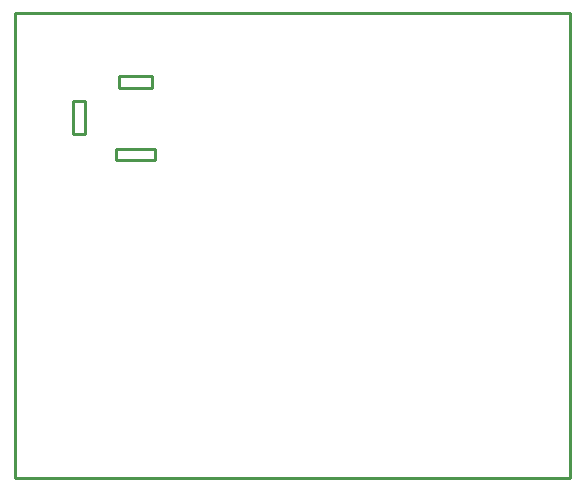
<source format=gbr>
G04 EAGLE Gerber RS-274X export*
G75*
%MOMM*%
%FSLAX34Y34*%
%LPD*%
%IN*%
%IPPOS*%
%AMOC8*
5,1,8,0,0,1.08239X$1,22.5*%
G01*
%ADD10C,0.254000*%


D10*
X0Y-12700D02*
X469900Y-12700D01*
X469900Y381000D01*
X0Y381000D01*
X0Y-12700D01*
X87600Y317100D02*
X115600Y317100D01*
X115600Y327100D01*
X87600Y327100D01*
X87600Y317100D01*
X85100Y256100D02*
X118100Y256100D01*
X118100Y266100D01*
X85100Y266100D01*
X85100Y256100D01*
X48600Y278100D02*
X58600Y278100D01*
X58600Y306100D01*
X48600Y306100D01*
X48600Y278100D01*
M02*

</source>
